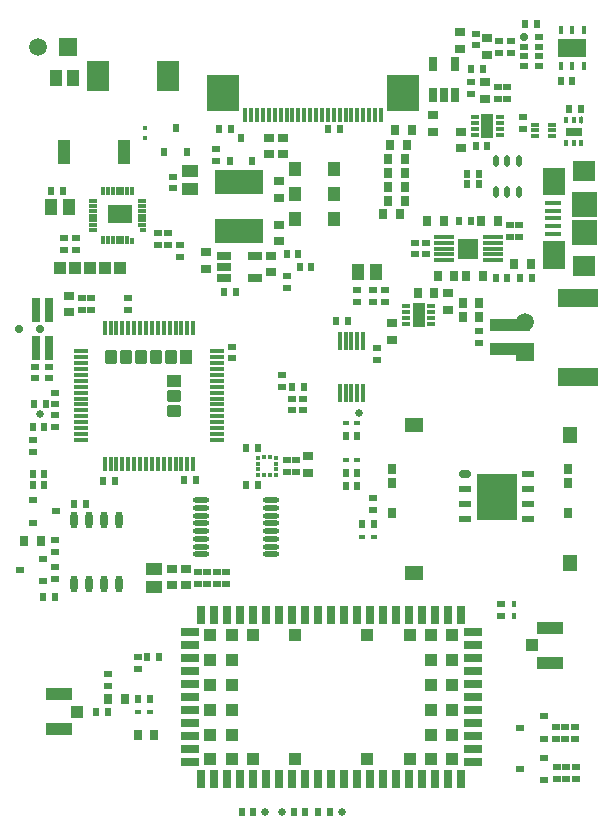
<source format=gbr>
%TF.GenerationSoftware,Altium Limited,Altium Designer,21.2.2 (38)*%
G04 Layer_Color=8388736*
%FSLAX45Y45*%
%MOMM*%
%TF.SameCoordinates,215B76EA-4B9E-490E-954B-DD862D4548B8*%
%TF.FilePolarity,Negative*%
%TF.FileFunction,Soldermask,Top*%
%TF.Part,Single*%
G01*
G75*
%TA.AperFunction,SMDPad,CuDef*%
%ADD11O,0.50000X1.00000*%
%ADD14R,0.80000X0.90000*%
%ADD15R,1.10000X1.40000*%
%ADD16R,0.37500X0.35000*%
%ADD17R,0.35000X0.37500*%
%ADD18R,0.90000X0.80000*%
%ADD20O,0.60000X1.45000*%
%ADD21R,0.50000X0.30000*%
%ADD24R,3.50000X1.00000*%
%ADD25R,3.40000X1.50000*%
%TA.AperFunction,ConnectorPad*%
%ADD26R,1.35000X0.40000*%
%ADD27R,1.90000X1.80000*%
%TA.AperFunction,SMDPad,CuDef*%
%ADD32R,0.40000X0.80000*%
%ADD33R,2.40000X1.50000*%
%ADD38R,1.40000X1.10000*%
%TA.AperFunction,BGAPad,CuDef*%
%ADD44R,1.10000X1.10000*%
%TA.AperFunction,SMDPad,CuDef*%
%ADD45R,0.80000X1.50000*%
%ADD46R,1.50000X0.80000*%
%ADD49R,0.30000X0.50000*%
%ADD59R,0.80000X0.90000*%
%ADD60R,2.20000X1.05000*%
%ADD61R,1.05000X1.00000*%
%ADD62O,1.40000X0.45000*%
%TA.AperFunction,ComponentPad*%
%ADD70C,0.70000*%
G04:AMPARAMS|DCode=71|XSize=1.2mm|YSize=1.1mm|CornerRadius=0.275mm|HoleSize=0mm|Usage=FLASHONLY|Rotation=0.000|XOffset=0mm|YOffset=0mm|HoleType=Round|Shape=RoundedRectangle|*
%AMROUNDEDRECTD71*
21,1,1.20000,0.55000,0,0,0.0*
21,1,0.65000,1.10000,0,0,0.0*
1,1,0.55000,0.32500,-0.27500*
1,1,0.55000,-0.32500,-0.27500*
1,1,0.55000,-0.32500,0.27500*
1,1,0.55000,0.32500,0.27500*
%
%ADD71ROUNDEDRECTD71*%
%ADD72R,1.20000X1.10000*%
G04:AMPARAMS|DCode=73|XSize=1.2mm|YSize=1.1mm|CornerRadius=0.275mm|HoleSize=0mm|Usage=FLASHONLY|Rotation=270.000|XOffset=0mm|YOffset=0mm|HoleType=Round|Shape=RoundedRectangle|*
%AMROUNDEDRECTD73*
21,1,1.20000,0.55000,0,0,270.0*
21,1,0.65000,1.10000,0,0,270.0*
1,1,0.55000,-0.27500,-0.32500*
1,1,0.55000,-0.27500,0.32500*
1,1,0.55000,0.27500,0.32500*
1,1,0.55000,0.27500,-0.32500*
%
%ADD73ROUNDEDRECTD73*%
%ADD74R,1.10000X1.20000*%
%ADD75C,1.50000*%
%ADD76R,1.50000X1.50000*%
G04:AMPARAMS|DCode=77|XSize=1.1mm|YSize=1.1mm|CornerRadius=0.275mm|HoleSize=0mm|Usage=FLASHONLY|Rotation=90.000|XOffset=0mm|YOffset=0mm|HoleType=Round|Shape=RoundedRectangle|*
%AMROUNDEDRECTD77*
21,1,1.10000,0.55000,0,0,90.0*
21,1,0.55000,1.10000,0,0,90.0*
1,1,0.55000,0.27500,0.27500*
1,1,0.55000,0.27500,-0.27500*
1,1,0.55000,-0.27500,-0.27500*
1,1,0.55000,-0.27500,0.27500*
%
%ADD77ROUNDEDRECTD77*%
%ADD78R,1.10000X1.10000*%
%ADD79R,1.50000X1.50000*%
%TA.AperFunction,ViaPad*%
%ADD80C,0.65000*%
%TA.AperFunction,SMDPad,CuDef*%
%ADD92R,0.70000X0.60000*%
%ADD95R,0.60000X0.70000*%
%ADD107R,0.40000X1.55000*%
%ADD108R,0.80000X0.40000*%
%ADD109R,1.05000X2.05000*%
G04:AMPARAMS|DCode=110|XSize=0.6mm|YSize=0.35mm|CornerRadius=0.1125mm|HoleSize=0mm|Usage=FLASHONLY|Rotation=90.000|XOffset=0mm|YOffset=0mm|HoleType=Round|Shape=RoundedRectangle|*
%AMROUNDEDRECTD110*
21,1,0.60000,0.12500,0,0,90.0*
21,1,0.37500,0.35000,0,0,90.0*
1,1,0.22500,0.06250,0.18750*
1,1,0.22500,0.06250,-0.18750*
1,1,0.22500,-0.06250,-0.18750*
1,1,0.22500,-0.06250,0.18750*
%
%ADD110ROUNDEDRECTD110*%
%ADD111R,0.35000X0.60000*%
%ADD112R,1.45000X0.75000*%
%ADD113R,0.77000X0.40000*%
G04:AMPARAMS|DCode=114|XSize=0.6mm|YSize=0.7mm|CornerRadius=0mm|HoleSize=0mm|Usage=FLASHONLY|Rotation=270.000|XOffset=0mm|YOffset=0mm|HoleType=Round|Shape=Octagon|*
%AMOCTAGOND114*
4,1,8,0.35000,0.15000,0.35000,-0.15000,0.20000,-0.30000,-0.20000,-0.30000,-0.35000,-0.15000,-0.35000,0.15000,-0.20000,0.30000,0.20000,0.30000,0.35000,0.15000,0.0*
%
%ADD114OCTAGOND114*%

%ADD115R,0.70000X1.20000*%
%ADD116R,2.80000X3.10000*%
%ADD117R,0.40000X1.30000*%
%ADD118R,4.10000X2.10000*%
%ADD119R,1.20000X0.70000*%
%ADD120R,0.65000X2.10000*%
%ADD121R,1.10000X2.10000*%
%ADD122R,1.90000X2.50000*%
%ADD123R,0.40000X1.30000*%
%ADD124R,1.30000X0.40000*%
%ADD125R,1.00000X1.30000*%
%ADD126R,0.60000X0.30000*%
%ADD127R,0.75000X0.30000*%
%ADD128R,0.30000X0.60000*%
%ADD129R,0.30000X0.75000*%
%ADD130R,2.10000X1.60000*%
%ADD131R,0.35000X0.46000*%
%ADD132R,1.70000X0.40000*%
%ADD133R,1.70000X1.70000*%
G04:AMPARAMS|DCode=134|XSize=1.06mm|YSize=0.6mm|CornerRadius=0.175mm|HoleSize=0mm|Usage=FLASHONLY|Rotation=0.000|XOffset=0mm|YOffset=0mm|HoleType=Round|Shape=RoundedRectangle|*
%AMROUNDEDRECTD134*
21,1,1.06000,0.25000,0,0,0.0*
21,1,0.71000,0.60000,0,0,0.0*
1,1,0.35000,0.35500,-0.12500*
1,1,0.35000,-0.35500,-0.12500*
1,1,0.35000,-0.35500,0.12500*
1,1,0.35000,0.35500,0.12500*
%
%ADD134ROUNDEDRECTD134*%
%ADD135R,1.06000X0.60000*%
%ADD136R,3.50000X3.90000*%
G36*
X3499000Y2341500D02*
X3339000D01*
Y2226500D01*
X3499000D01*
Y2341500D01*
D02*
G37*
G36*
Y3478500D02*
X3339000D01*
Y3593500D01*
X3499000D01*
Y3478500D01*
D02*
G37*
G36*
X4796000Y2297500D02*
X4681000D01*
Y2437500D01*
X4796000D01*
Y2297500D01*
D02*
G37*
G36*
Y3382500D02*
X4681000D01*
Y3522500D01*
X4796000D01*
Y3382500D01*
D02*
G37*
G36*
X4515000Y4860000D02*
Y5090000D01*
X4695000D01*
Y4860000D01*
X4515000D01*
D02*
G37*
G36*
X4755000Y5060000D02*
Y5270000D01*
X4965000D01*
Y5060000D01*
X4755000D01*
D02*
G37*
G36*
X4515000Y5480000D02*
Y5710000D01*
X4695000D01*
Y5480000D01*
X4515000D01*
D02*
G37*
G36*
X4755000Y5300000D02*
Y5510000D01*
X4965000D01*
Y5300000D01*
X4755000D01*
D02*
G37*
D11*
X4115000Y5505000D02*
D03*
X4210000D02*
D03*
X4305000D02*
D03*
X4115000Y5775000D02*
D03*
X4210000D02*
D03*
X4305000D02*
D03*
D14*
X4130000Y5260000D02*
D03*
X3990000D02*
D03*
X3860000Y4800000D02*
D03*
X4000000D02*
D03*
X3450000Y4650000D02*
D03*
X3590000D02*
D03*
X260000Y2550000D02*
D03*
X120000D02*
D03*
X3970000Y4450000D02*
D03*
X3830000D02*
D03*
X3970000Y4570000D02*
D03*
X3830000D02*
D03*
X4410000Y4900000D02*
D03*
X4270000D02*
D03*
X3760000Y4800000D02*
D03*
X3620000D02*
D03*
X3530000Y5260000D02*
D03*
X3670000D02*
D03*
X3400000Y6030000D02*
D03*
X3260000D02*
D03*
X3360000Y5910000D02*
D03*
X3220000D02*
D03*
X3340000Y5790000D02*
D03*
X3200000D02*
D03*
X3340000Y5670000D02*
D03*
X3200000D02*
D03*
X3340000Y5550000D02*
D03*
X3200000D02*
D03*
X3340000Y5430000D02*
D03*
X3200000D02*
D03*
X3300000Y5320000D02*
D03*
X3160000D02*
D03*
X970000Y1220000D02*
D03*
X830000D02*
D03*
X1220000Y910000D02*
D03*
X1080000D02*
D03*
D15*
X2945000Y4830000D02*
D03*
X3095000D02*
D03*
X345000Y5380000D02*
D03*
X495000D02*
D03*
X385000Y6470000D02*
D03*
X535000D02*
D03*
D16*
X2100000Y3260000D02*
D03*
Y3110000D02*
D03*
X2252500D02*
D03*
Y3260000D02*
D03*
X2100000Y3160000D02*
D03*
Y3210000D02*
D03*
X2252500Y3160000D02*
D03*
Y3210000D02*
D03*
D17*
X2151250Y3261250D02*
D03*
X2201250D02*
D03*
X2151250Y3108750D02*
D03*
X2201250D02*
D03*
D18*
X2520000Y3130000D02*
D03*
Y3270000D02*
D03*
X3230000Y4260000D02*
D03*
Y4400000D02*
D03*
X3710000Y4650000D02*
D03*
Y4510000D02*
D03*
X3820000Y5880000D02*
D03*
Y6020000D02*
D03*
X4040000Y6810000D02*
D03*
Y6670000D02*
D03*
X3810000Y6720000D02*
D03*
Y6860000D02*
D03*
X3580000Y6020000D02*
D03*
Y6160000D02*
D03*
X2209999Y4970001D02*
D03*
Y4830001D02*
D03*
X1659999Y5000001D02*
D03*
Y4860001D02*
D03*
X500000Y4630000D02*
D03*
Y4490000D02*
D03*
X2190000Y5830002D02*
D03*
Y5970002D02*
D03*
X2310000Y5830002D02*
D03*
Y5970002D02*
D03*
X2280000Y5600000D02*
D03*
Y5460000D02*
D03*
Y5230000D02*
D03*
Y5090000D02*
D03*
X1490000Y2180000D02*
D03*
Y2320000D02*
D03*
X1370000Y2180000D02*
D03*
Y2320000D02*
D03*
X4020000Y6440000D02*
D03*
Y6300000D02*
D03*
D20*
X539500Y2187500D02*
D03*
X666500D02*
D03*
X793500D02*
D03*
X920500D02*
D03*
X539500Y2732500D02*
D03*
X666500D02*
D03*
X793500D02*
D03*
X920500D02*
D03*
D21*
X3080000Y2590000D02*
D03*
X2980000D02*
D03*
X2940000Y3239999D02*
D03*
X2840000D02*
D03*
X2840000Y3550000D02*
D03*
X2940000D02*
D03*
X1180000Y1110000D02*
D03*
X1080000D02*
D03*
D24*
X4230000Y4380000D02*
D03*
Y4180000D02*
D03*
D25*
X4805000Y4615000D02*
D03*
Y3945000D02*
D03*
D26*
X4592500Y5285000D02*
D03*
Y5350000D02*
D03*
Y5415000D02*
D03*
Y5220000D02*
D03*
Y5155000D02*
D03*
D27*
X4860000Y4885000D02*
D03*
Y5685000D02*
D03*
D32*
Y6880000D02*
D03*
X4760000D02*
D03*
X4660000D02*
D03*
X4860000Y6580000D02*
D03*
X4760000D02*
D03*
X4660000D02*
D03*
D33*
X4760000Y6730000D02*
D03*
D38*
X1520000Y5685000D02*
D03*
Y5535000D02*
D03*
X1220000Y2315000D02*
D03*
Y2165000D02*
D03*
D44*
X1695000Y705000D02*
D03*
Y915000D02*
D03*
Y1125000D02*
D03*
Y1335000D02*
D03*
Y1545000D02*
D03*
Y1755000D02*
D03*
X1875000Y705000D02*
D03*
Y915000D02*
D03*
Y1125000D02*
D03*
Y1335000D02*
D03*
Y1545000D02*
D03*
Y1755000D02*
D03*
X2055000Y705000D02*
D03*
Y1755000D02*
D03*
X2415000Y705000D02*
D03*
Y1755000D02*
D03*
X3025000Y705000D02*
D03*
Y1755000D02*
D03*
X3385000Y705000D02*
D03*
Y1755000D02*
D03*
X3565000Y705000D02*
D03*
Y915000D02*
D03*
Y1125000D02*
D03*
Y1335000D02*
D03*
Y1545000D02*
D03*
Y1755000D02*
D03*
X3745000Y705000D02*
D03*
Y915000D02*
D03*
Y1125000D02*
D03*
Y1335000D02*
D03*
Y1545000D02*
D03*
Y1755000D02*
D03*
D45*
X1620000Y535000D02*
D03*
X1730000D02*
D03*
X1840000D02*
D03*
X1950000D02*
D03*
X2060000D02*
D03*
X2170000D02*
D03*
X2280000D02*
D03*
X2390000D02*
D03*
X2500000D02*
D03*
X2610000D02*
D03*
X2720000D02*
D03*
X2830000D02*
D03*
X2940000D02*
D03*
X3050000D02*
D03*
X3160000D02*
D03*
X3270000D02*
D03*
X3380000D02*
D03*
X3490000D02*
D03*
X3600000D02*
D03*
X3710000D02*
D03*
X3820000D02*
D03*
Y1925000D02*
D03*
X3710000D02*
D03*
X3600000D02*
D03*
X3490000D02*
D03*
X3380000D02*
D03*
X3270000D02*
D03*
X3160000D02*
D03*
X3050000D02*
D03*
X2940000D02*
D03*
X2830000D02*
D03*
X2720000D02*
D03*
X2610000D02*
D03*
X2500000D02*
D03*
X2390000D02*
D03*
X2280000D02*
D03*
X2170000D02*
D03*
X2060000D02*
D03*
X1950000D02*
D03*
X1840000D02*
D03*
X1730000D02*
D03*
X1620000D02*
D03*
D46*
X3915000Y680000D02*
D03*
Y790000D02*
D03*
Y900000D02*
D03*
Y1010000D02*
D03*
Y1120000D02*
D03*
Y1230000D02*
D03*
Y1340000D02*
D03*
Y1450000D02*
D03*
Y1560000D02*
D03*
Y1670000D02*
D03*
Y1780000D02*
D03*
X1525000Y1779999D02*
D03*
Y1669999D02*
D03*
Y1560000D02*
D03*
Y1450000D02*
D03*
Y1340000D02*
D03*
Y1230000D02*
D03*
Y1120000D02*
D03*
Y1010000D02*
D03*
Y899999D02*
D03*
Y790000D02*
D03*
Y680000D02*
D03*
D49*
X4270000Y1920000D02*
D03*
Y2020000D02*
D03*
D59*
X3233000Y2789000D02*
D03*
Y3043000D02*
D03*
Y3167000D02*
D03*
X4727000Y2789000D02*
D03*
Y3043000D02*
D03*
Y3167000D02*
D03*
D60*
X4570000Y1817500D02*
D03*
Y1522500D02*
D03*
X410000Y962500D02*
D03*
Y1257500D02*
D03*
D61*
X4417500Y1670000D02*
D03*
X562500Y1110000D02*
D03*
D62*
X1615000Y2897500D02*
D03*
Y2832500D02*
D03*
Y2767500D02*
D03*
Y2702500D02*
D03*
Y2637500D02*
D03*
Y2572500D02*
D03*
Y2507500D02*
D03*
Y2442500D02*
D03*
X2205000Y2897500D02*
D03*
Y2832500D02*
D03*
Y2767500D02*
D03*
Y2702500D02*
D03*
Y2637500D02*
D03*
Y2572500D02*
D03*
Y2507500D02*
D03*
Y2442500D02*
D03*
D70*
X252500Y4350000D02*
D03*
X72500D02*
D03*
D71*
X1390000Y3780000D02*
D03*
Y3653000D02*
D03*
D72*
Y3907000D02*
D03*
D73*
X1364000Y4110000D02*
D03*
X1110000D02*
D03*
X1237000D02*
D03*
X856000D02*
D03*
X983000D02*
D03*
D74*
X1491000D02*
D03*
D75*
X4360000Y4410000D02*
D03*
X236000Y6740000D02*
D03*
D76*
X4360000Y4156000D02*
D03*
D77*
X931000Y4865000D02*
D03*
X804000D02*
D03*
X677000D02*
D03*
X550000D02*
D03*
D78*
X423000D02*
D03*
D79*
X490000Y6740000D02*
D03*
D80*
X250000Y3630000D02*
D03*
X2810000Y260000D02*
D03*
X2300000D02*
D03*
X2160000D02*
D03*
X2950000Y3640000D02*
D03*
D92*
X330000Y4030000D02*
D03*
Y3930000D02*
D03*
X4310000Y5130000D02*
D03*
Y5230000D02*
D03*
X4230000Y5130000D02*
D03*
Y5230000D02*
D03*
X3170000Y4680000D02*
D03*
Y4580000D02*
D03*
X2940000Y4680000D02*
D03*
Y4580000D02*
D03*
X3070000Y4680000D02*
D03*
Y4580000D02*
D03*
X2340000Y3240000D02*
D03*
Y3140000D02*
D03*
X2420000Y3240000D02*
D03*
Y3140000D02*
D03*
X210000Y4030000D02*
D03*
Y3930000D02*
D03*
X380000Y3810000D02*
D03*
Y3710000D02*
D03*
X190000Y2900000D02*
D03*
Y2710000D02*
D03*
X390000Y2805000D02*
D03*
X380000Y2560000D02*
D03*
Y2460000D02*
D03*
X280000Y2215000D02*
D03*
Y2405000D02*
D03*
X80000Y2310000D02*
D03*
X380000Y2330000D02*
D03*
Y2230000D02*
D03*
X4630000Y540000D02*
D03*
Y640000D02*
D03*
X4710000Y540000D02*
D03*
Y640000D02*
D03*
X4320000Y625000D02*
D03*
X4520000Y720000D02*
D03*
Y530000D02*
D03*
Y880000D02*
D03*
Y1070000D02*
D03*
X4320000Y975000D02*
D03*
X4620000Y980000D02*
D03*
Y880000D02*
D03*
X4700001Y980000D02*
D03*
Y880000D02*
D03*
X4790000Y540000D02*
D03*
Y640000D02*
D03*
X4780000Y980000D02*
D03*
Y880000D02*
D03*
X4160000Y2020000D02*
D03*
Y1920000D02*
D03*
X3070000Y2920000D02*
D03*
Y2820000D02*
D03*
X3110000Y4190000D02*
D03*
Y4090000D02*
D03*
X3970000Y4230000D02*
D03*
Y4330000D02*
D03*
X3520000Y4980000D02*
D03*
Y5080000D02*
D03*
X3430000D02*
D03*
Y4980000D02*
D03*
X4340000Y6040000D02*
D03*
Y6140000D02*
D03*
X4210000Y6300000D02*
D03*
Y6400000D02*
D03*
X3900000Y6440000D02*
D03*
Y6340000D02*
D03*
X4350000Y6740000D02*
D03*
Y6660000D02*
D03*
Y6580000D02*
D03*
X4477600D02*
D03*
Y6660000D02*
D03*
Y6740000D02*
D03*
Y6820000D02*
D03*
X4240000Y6690000D02*
D03*
Y6790000D02*
D03*
X4140000Y6690000D02*
D03*
Y6790000D02*
D03*
X3940000Y6750000D02*
D03*
Y6850000D02*
D03*
X1380000Y5640000D02*
D03*
Y5540000D02*
D03*
X1000000Y4610000D02*
D03*
Y4510000D02*
D03*
X685000D02*
D03*
Y4610000D02*
D03*
X605000Y4510000D02*
D03*
Y4610000D02*
D03*
X560000Y5120000D02*
D03*
Y5020001D02*
D03*
X460000Y5120000D02*
D03*
Y5020001D02*
D03*
X4130000Y6300000D02*
D03*
Y6400000D02*
D03*
X1440000Y4960001D02*
D03*
Y5060001D02*
D03*
X1250000Y5160001D02*
D03*
Y5060001D02*
D03*
X1340000Y5160001D02*
D03*
Y5060001D02*
D03*
X2340000Y4800000D02*
D03*
Y4700000D02*
D03*
X2480000Y3760000D02*
D03*
Y3660000D02*
D03*
X2300000Y3860000D02*
D03*
Y3960000D02*
D03*
X2390000Y3760000D02*
D03*
Y3660000D02*
D03*
X1740000Y5770002D02*
D03*
Y5870002D02*
D03*
X830000Y1430000D02*
D03*
Y1330000D02*
D03*
X1590000Y2290000D02*
D03*
Y2190000D02*
D03*
X1830000Y2290000D02*
D03*
Y2190000D02*
D03*
X1080000Y1470000D02*
D03*
Y1570000D02*
D03*
X1670000Y2190000D02*
D03*
Y2290000D02*
D03*
X1750000D02*
D03*
Y2190000D02*
D03*
X380000Y3520000D02*
D03*
Y3620000D02*
D03*
X190000Y3410000D02*
D03*
Y3310000D02*
D03*
X1880000Y4100000D02*
D03*
Y4200000D02*
D03*
D95*
X300000Y3710000D02*
D03*
X200000D02*
D03*
X1570000Y3070000D02*
D03*
X1470000D02*
D03*
X890000Y3060000D02*
D03*
X790000D02*
D03*
X640000Y2870000D02*
D03*
X540000D02*
D03*
X190000Y3120000D02*
D03*
X290000D02*
D03*
Y3030000D02*
D03*
X190000D02*
D03*
X380000Y2080000D02*
D03*
X280000D02*
D03*
X2940000Y3019999D02*
D03*
X2840000D02*
D03*
X2840000Y3439999D02*
D03*
X2940000D02*
D03*
X4210000Y4780000D02*
D03*
X4110000D02*
D03*
X4320000D02*
D03*
X4420000D02*
D03*
X3800000Y5260000D02*
D03*
X3900000D02*
D03*
X3870000Y5580000D02*
D03*
X3970000D02*
D03*
X3870000Y5660000D02*
D03*
X3970000D02*
D03*
X4040000Y5900000D02*
D03*
X3940000D02*
D03*
X4660000Y6450000D02*
D03*
X4760000D02*
D03*
X4830000Y6210000D02*
D03*
X4730000D02*
D03*
X3900000Y6550000D02*
D03*
X4000000D02*
D03*
X4460000Y6930000D02*
D03*
X4360000D02*
D03*
X2690000Y6040000D02*
D03*
X2790000D02*
D03*
X1810000Y4660000D02*
D03*
X1910000D02*
D03*
X350000Y5520000D02*
D03*
X450000D02*
D03*
X1770000Y6040000D02*
D03*
X1870000D02*
D03*
X1955000Y5970002D02*
D03*
X2050000Y5770002D02*
D03*
X1860000D02*
D03*
X1400000Y6050000D02*
D03*
X1495000Y5850000D02*
D03*
X1305000D02*
D03*
X2450000Y4870000D02*
D03*
X2550000D02*
D03*
X2340000Y4980000D02*
D03*
X2440000D02*
D03*
X2390000Y3860000D02*
D03*
X2490000D02*
D03*
X2000000Y3030000D02*
D03*
X2100000D02*
D03*
X730000Y1110000D02*
D03*
X830000D02*
D03*
X2060000Y260000D02*
D03*
X1960000D02*
D03*
X2400000D02*
D03*
X2500000D02*
D03*
X2710000D02*
D03*
X2610000D02*
D03*
X1160000Y1570000D02*
D03*
X1260000D02*
D03*
X1180000Y1220000D02*
D03*
X1080000D02*
D03*
X2940000Y3129999D02*
D03*
X2840000D02*
D03*
X3080000Y2700000D02*
D03*
X2980000D02*
D03*
X289999Y3520000D02*
D03*
X190000D02*
D03*
X2860000Y4420000D02*
D03*
X2760000D02*
D03*
X2100000Y3340000D02*
D03*
X2000000D02*
D03*
D107*
X2790000Y4250000D02*
D03*
X2840000D02*
D03*
X2890000D02*
D03*
X2940000D02*
D03*
X2990000D02*
D03*
Y3810000D02*
D03*
X2940000D02*
D03*
X2890000D02*
D03*
X2840000D02*
D03*
X2790000D02*
D03*
D108*
X3564999Y4395000D02*
D03*
X3354999D02*
D03*
X3564999Y4545000D02*
D03*
Y4495000D02*
D03*
Y4445000D02*
D03*
X3354999Y4545000D02*
D03*
Y4445000D02*
D03*
Y4495000D02*
D03*
X3935000Y6145000D02*
D03*
X4145000D02*
D03*
X3935000Y5995000D02*
D03*
Y6045000D02*
D03*
Y6095000D02*
D03*
X4145000Y5995000D02*
D03*
Y6095000D02*
D03*
Y6045000D02*
D03*
D109*
X3459999Y4470000D02*
D03*
X4040000Y6070000D02*
D03*
D110*
X4835000Y6115000D02*
D03*
D111*
X4770000D02*
D03*
X4705000D02*
D03*
Y5925000D02*
D03*
X4770000D02*
D03*
X4835000D02*
D03*
D112*
X4770000Y6020000D02*
D03*
D113*
X4590000Y5980000D02*
D03*
Y6030000D02*
D03*
Y6080000D02*
D03*
X4440000D02*
D03*
Y6030000D02*
D03*
Y5980000D02*
D03*
D114*
X4350000Y6820000D02*
D03*
D115*
X3580000Y6330000D02*
D03*
X3675000D02*
D03*
X3770000D02*
D03*
Y6590000D02*
D03*
X3580000D02*
D03*
D116*
X1800000Y6350000D02*
D03*
X3330000D02*
D03*
D117*
X1990000Y6160000D02*
D03*
X2040000D02*
D03*
X2090000D02*
D03*
X2140000D02*
D03*
X2190000D02*
D03*
X2240000D02*
D03*
X2290000D02*
D03*
X2340000D02*
D03*
X2390000D02*
D03*
X2440000D02*
D03*
X2490000D02*
D03*
X2540000D02*
D03*
X2590000D02*
D03*
X2640000D02*
D03*
X2690000D02*
D03*
X2740000D02*
D03*
X2790000D02*
D03*
X2840000D02*
D03*
X2890000D02*
D03*
X2940000D02*
D03*
X2990000D02*
D03*
X3040000D02*
D03*
X3090000D02*
D03*
X3140000D02*
D03*
D118*
X1940000Y5180002D02*
D03*
Y5590002D02*
D03*
D119*
X2069999Y4970001D02*
D03*
Y4780001D02*
D03*
X1809999D02*
D03*
Y4875001D02*
D03*
Y4970001D02*
D03*
D120*
X330000Y4190000D02*
D03*
Y4510000D02*
D03*
X220000Y4190000D02*
D03*
Y4510000D02*
D03*
D121*
X460000Y5850000D02*
D03*
X960000D02*
D03*
D122*
X740000Y6490000D02*
D03*
X1340000D02*
D03*
D123*
X850000Y4360000D02*
D03*
X900000D02*
D03*
X950000D02*
D03*
X1000000D02*
D03*
X1050000D02*
D03*
X1100000D02*
D03*
X1150000D02*
D03*
X1200000D02*
D03*
X1250000D02*
D03*
X1300000D02*
D03*
X1350000D02*
D03*
X1400000D02*
D03*
X1450000D02*
D03*
X1500000D02*
D03*
X1550000D02*
D03*
Y3210000D02*
D03*
X1500000D02*
D03*
X1450000D02*
D03*
X1400000D02*
D03*
X1350000D02*
D03*
X1300000D02*
D03*
X1250000D02*
D03*
X1200000D02*
D03*
X1150000D02*
D03*
X1100000D02*
D03*
X1050000D02*
D03*
X1000000D02*
D03*
X950000D02*
D03*
X900000D02*
D03*
X850000D02*
D03*
X800000Y3209999D02*
D03*
Y4360000D02*
D03*
D124*
X1750000Y4160000D02*
D03*
Y4110000D02*
D03*
Y4060000D02*
D03*
Y4010000D02*
D03*
Y3960000D02*
D03*
Y3910000D02*
D03*
Y3860000D02*
D03*
Y3810000D02*
D03*
Y3760000D02*
D03*
Y3710000D02*
D03*
Y3660000D02*
D03*
Y3610000D02*
D03*
Y3560000D02*
D03*
Y3510000D02*
D03*
Y3460000D02*
D03*
Y3410000D02*
D03*
X600000Y3410000D02*
D03*
Y3510000D02*
D03*
Y3459999D02*
D03*
Y3709999D02*
D03*
Y3660000D02*
D03*
Y3610000D02*
D03*
Y3910000D02*
D03*
Y3860000D02*
D03*
Y3809999D02*
D03*
Y4110000D02*
D03*
Y4059999D02*
D03*
Y4010000D02*
D03*
Y3959999D02*
D03*
Y3760000D02*
D03*
Y3559999D02*
D03*
Y4160000D02*
D03*
D125*
X2410000Y5490002D02*
D03*
X2740000D02*
D03*
Y5700002D02*
D03*
X2410000D02*
D03*
Y5280002D02*
D03*
X2740000D02*
D03*
D126*
X1127500Y5190001D02*
D03*
D127*
X1120000Y5430001D02*
D03*
Y5390001D02*
D03*
Y5350000D02*
D03*
Y5310001D02*
D03*
Y5270001D02*
D03*
Y5230000D02*
D03*
X700000Y5190001D02*
D03*
Y5230000D02*
D03*
Y5270001D02*
D03*
Y5310001D02*
D03*
Y5350000D02*
D03*
Y5390001D02*
D03*
Y5430001D02*
D03*
D128*
X1030000Y5092501D02*
D03*
D129*
X990000Y5100000D02*
D03*
X950000D02*
D03*
X910000D02*
D03*
X870000D02*
D03*
X830000D02*
D03*
X790000D02*
D03*
Y5520001D02*
D03*
X830000D02*
D03*
X870000D02*
D03*
X1030000D02*
D03*
X990000D02*
D03*
X950000D02*
D03*
X910000D02*
D03*
D130*
X930000Y5320001D02*
D03*
D131*
X1140000Y6050000D02*
D03*
Y5970000D02*
D03*
D132*
X4090000Y4930000D02*
D03*
Y4980000D02*
D03*
Y5030000D02*
D03*
Y5080000D02*
D03*
Y5130000D02*
D03*
X3670000D02*
D03*
Y5080000D02*
D03*
Y5030000D02*
D03*
Y4980000D02*
D03*
Y4930000D02*
D03*
D133*
X3880000Y5030000D02*
D03*
D134*
X3850000Y3120000D02*
D03*
D135*
Y2739000D02*
D03*
Y2993000D02*
D03*
Y2866000D02*
D03*
X4385000Y2739000D02*
D03*
Y2866000D02*
D03*
Y2993000D02*
D03*
Y3120000D02*
D03*
D136*
X4120000Y2930000D02*
D03*
%TF.MD5,b9756b3b0b06d2c2c0b59dc356e63094*%
M02*

</source>
